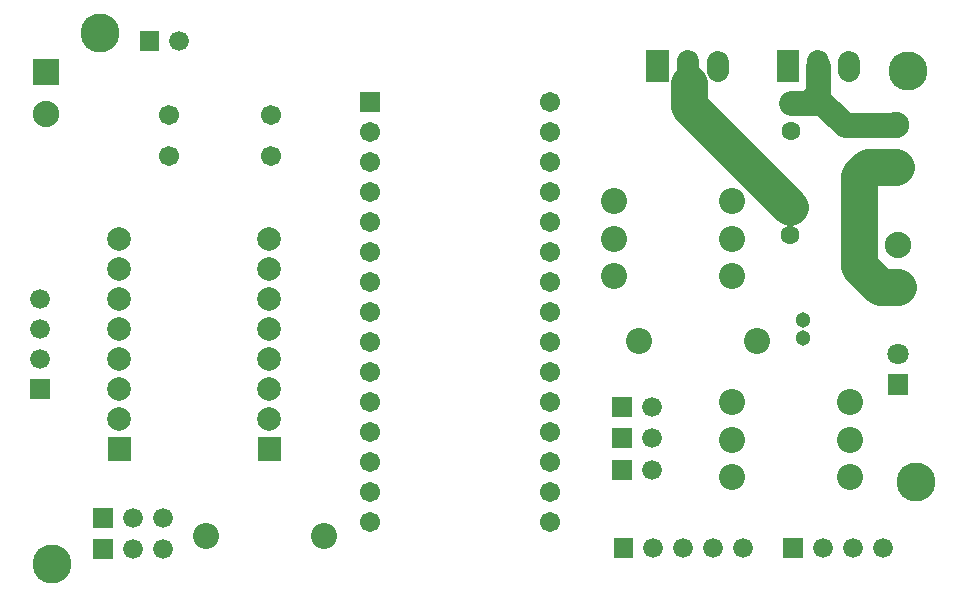
<source format=gbs>
G04 Layer: BottomSolderMaskLayer*
G04 EasyEDA v6.5.9, 2022-07-29 15:21:59*
G04 d62bb8ad4e154c8097677c42ea29ab51,674c0623d3a246009f606e19fc16e94a,10*
G04 Gerber Generator version 0.2*
G04 Scale: 100 percent, Rotated: No, Reflected: No *
G04 Dimensions in millimeters *
G04 leading zeros omitted , absolute positions ,4 integer and 5 decimal *
%FSLAX45Y45*%
%MOMM*%

%ADD10C,3.1016*%
%ADD11C,2.1016*%
%ADD12C,1.9016*%
%ADD13C,1.3016*%
%ADD14C,1.7016*%
%ADD15R,1.6764X1.6764*%
%ADD16C,1.6764*%
%ADD17C,2.0032*%
%ADD18C,1.8016*%
%ADD19C,2.2352*%
%ADD20R,2.2352X2.2352*%
%ADD21C,1.6032*%
%ADD22C,1.7112*%
%ADD23C,2.2032*%
%ADD24C,3.3016*%

%LPD*%
D10*
X7645400Y-2349500D02*
G01*
X7493000Y-2349500D01*
X7315200Y-2171700D01*
X7315200Y-1409700D01*
X7391400Y-1333500D01*
X7632700Y-1333500D01*
X6731000Y-1670557D02*
G01*
X5880100Y-819657D01*
X5880100Y-622300D01*
D11*
X7632700Y-983513D02*
G01*
X7193813Y-983513D01*
X7004558Y-794257D01*
X6743700Y-794257D01*
X6743700Y-794257D02*
G01*
X6889241Y-794257D01*
X6970268Y-713231D01*
X6970268Y-482092D01*
D12*
X6970293Y-442092D02*
G01*
X6970293Y-522091D01*
X7228306Y-443082D02*
G01*
X7228306Y-523082D01*
X5865393Y-442092D02*
G01*
X5865393Y-522091D01*
X6123406Y-443082D02*
G01*
X6123406Y-523082D01*
D13*
G01*
X6845300Y-2780106D03*
G01*
X6845300Y-2630093D03*
D14*
G01*
X1473200Y-1241805D03*
G01*
X1473200Y-891794D03*
G01*
X2336800Y-1241805D03*
G01*
X2336800Y-891794D03*
D15*
G01*
X381000Y-3213100D03*
D16*
G01*
X381000Y-2959100D03*
G01*
X381000Y-2705100D03*
G01*
X381000Y-2451100D03*
G36*
X1224279Y-350520D02*
G01*
X1224279Y-182879D01*
X1391920Y-182879D01*
X1391920Y-350520D01*
G37*
G01*
X1562100Y-266700D03*
G36*
X5224779Y-3449320D02*
G01*
X5224779Y-3281679D01*
X5392420Y-3281679D01*
X5392420Y-3449320D01*
G37*
G01*
X5562600Y-3365500D03*
G36*
X5224779Y-3716020D02*
G01*
X5224779Y-3548379D01*
X5392420Y-3548379D01*
X5392420Y-3716020D01*
G37*
G01*
X5562600Y-3632200D03*
G36*
X5224779Y-3982720D02*
G01*
X5224779Y-3815079D01*
X5392420Y-3815079D01*
X5392420Y-3982720D01*
G37*
G01*
X5562600Y-3898900D03*
G01*
X6337300Y-4559300D03*
G01*
X6083300Y-4559300D03*
G01*
X5829300Y-4559300D03*
G01*
X5575300Y-4559300D03*
G36*
X5237479Y-4643120D02*
G01*
X5237479Y-4475479D01*
X5405120Y-4475479D01*
X5405120Y-4643120D01*
G37*
G36*
X954023Y-3821176D02*
G01*
X954023Y-3621023D01*
X1154176Y-3621023D01*
X1154176Y-3821176D01*
G37*
D17*
G01*
X1054100Y-3467100D03*
G01*
X1054100Y-3213100D03*
G01*
X1054100Y-2959100D03*
G01*
X1054100Y-2705100D03*
G01*
X1054100Y-2451100D03*
G01*
X1054100Y-2197100D03*
G01*
X1054100Y-1943100D03*
G01*
X2324100Y-1943100D03*
G01*
X2324100Y-2197100D03*
G01*
X2324100Y-2451100D03*
G01*
X2324100Y-2705100D03*
G01*
X2324100Y-2959100D03*
G01*
X2324100Y-3213100D03*
G01*
X2324100Y-3467100D03*
G36*
X2224024Y-3821176D02*
G01*
X2224024Y-3621023D01*
X2424175Y-3621023D01*
X2424175Y-3821176D01*
G37*
G36*
X7561579Y-3265170D02*
G01*
X7561579Y-3084829D01*
X7729220Y-3084829D01*
X7729220Y-3265170D01*
G37*
D18*
G01*
X7645400Y-2921000D03*
D16*
G01*
X1422400Y-4305300D03*
G01*
X1168400Y-4305300D03*
G36*
X830579Y-4389120D02*
G01*
X830579Y-4221479D01*
X998220Y-4221479D01*
X998220Y-4389120D01*
G37*
G01*
X1422400Y-4572000D03*
G01*
X1168400Y-4572000D03*
G36*
X830579Y-4655820D02*
G01*
X830579Y-4488179D01*
X998220Y-4488179D01*
X998220Y-4655820D01*
G37*
G36*
X320039Y-645160D02*
G01*
X320039Y-421639D01*
X543560Y-421639D01*
X543560Y-645160D01*
G37*
D19*
G01*
X431800Y-883386D03*
D20*
G01*
X7645400Y-2349500D03*
D19*
G01*
X7645400Y-1999513D03*
D20*
G01*
X7632700Y-1333500D03*
D19*
G01*
X7632700Y-983513D03*
D21*
G01*
X6731000Y-1910842D03*
G01*
X6731000Y-1670557D03*
G01*
X6743700Y-1034542D03*
G01*
X6743700Y-794257D03*
G36*
X3089402Y-872997D02*
G01*
X3089402Y-701802D01*
X3260597Y-701802D01*
X3260597Y-872997D01*
G37*
D22*
G01*
X3175000Y-1041400D03*
G01*
X3175000Y-1295400D03*
G01*
X3175000Y-1549400D03*
G01*
X3175000Y-1803400D03*
G01*
X3175000Y-2057400D03*
G01*
X3175000Y-2311400D03*
G01*
X3175000Y-2565400D03*
G01*
X3175000Y-2819400D03*
G01*
X3175000Y-3073400D03*
G01*
X3175000Y-3327400D03*
G01*
X3175000Y-3581400D03*
G01*
X4699000Y-787400D03*
G01*
X4699000Y-1041400D03*
G01*
X4699000Y-1295400D03*
G01*
X4699000Y-1549400D03*
G01*
X4699000Y-1803400D03*
G01*
X4699000Y-2057400D03*
G01*
X4699000Y-2565400D03*
G01*
X4699000Y-2819400D03*
G01*
X4699000Y-3327400D03*
G01*
X4699000Y-3581400D03*
G01*
X4699000Y-3073400D03*
G01*
X4699000Y-2311400D03*
G01*
X3175000Y-3835400D03*
G01*
X3175000Y-4089400D03*
G01*
X3175000Y-4343400D03*
G01*
X4699000Y-3835400D03*
G01*
X4699000Y-4089400D03*
G01*
X4699000Y-4343400D03*
G36*
X6621272Y-617220D02*
G01*
X6621272Y-346963D01*
X6811263Y-346963D01*
X6811263Y-617220D01*
G37*
G36*
X5516372Y-617220D02*
G01*
X5516372Y-346963D01*
X5706363Y-346963D01*
X5706363Y-617220D01*
G37*
D23*
G01*
X5456300Y-2806700D03*
G01*
X6456299Y-2806700D03*
G01*
X2785999Y-4457700D03*
G01*
X1786001Y-4457700D03*
G01*
X6240399Y-1943100D03*
G01*
X5240400Y-1943100D03*
G01*
X5240400Y-2260600D03*
G01*
X6240399Y-2260600D03*
G01*
X6243700Y-3327400D03*
G01*
X7243699Y-3327400D03*
G01*
X6243700Y-3644900D03*
G01*
X7243699Y-3644900D03*
G01*
X6243700Y-3962400D03*
G01*
X7243699Y-3962400D03*
G01*
X5240400Y-1625600D03*
G01*
X6240399Y-1625600D03*
G36*
X6672579Y-4643120D02*
G01*
X6672579Y-4475479D01*
X6840220Y-4475479D01*
X6840220Y-4643120D01*
G37*
D16*
G01*
X7010400Y-4559300D03*
G01*
X7264400Y-4559300D03*
G01*
X7518400Y-4559300D03*
D24*
G01*
X889000Y-203200D03*
G01*
X482600Y-4699000D03*
G01*
X7797800Y-4000500D03*
G01*
X7734300Y-520700D03*
M02*

</source>
